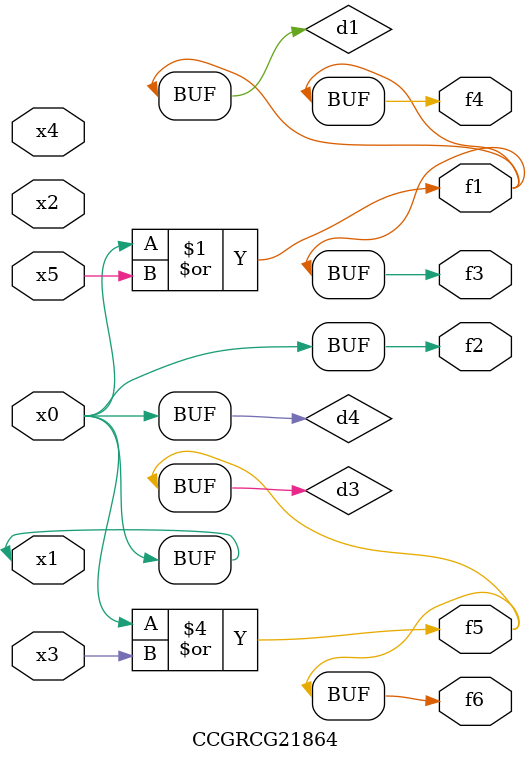
<source format=v>
module CCGRCG21864(
	input x0, x1, x2, x3, x4, x5,
	output f1, f2, f3, f4, f5, f6
);

	wire d1, d2, d3, d4;

	or (d1, x0, x5);
	xnor (d2, x1, x4);
	or (d3, x0, x3);
	buf (d4, x0, x1);
	assign f1 = d1;
	assign f2 = d4;
	assign f3 = d1;
	assign f4 = d1;
	assign f5 = d3;
	assign f6 = d3;
endmodule

</source>
